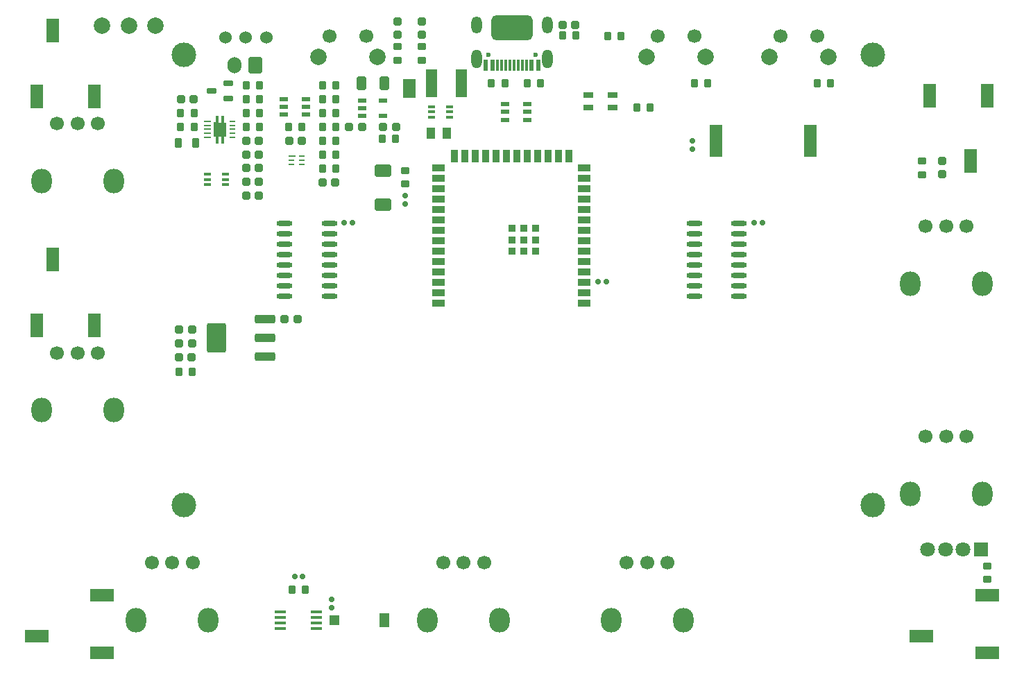
<source format=gbr>
%TF.GenerationSoftware,KiCad,Pcbnew,9.0.4*%
%TF.CreationDate,2025-10-09T22:00:13+02:00*%
%TF.ProjectId,Spikeling_v3.0,5370696b-656c-4696-9e67-5f76332e302e,rev?*%
%TF.SameCoordinates,Original*%
%TF.FileFunction,Soldermask,Top*%
%TF.FilePolarity,Negative*%
%FSLAX46Y46*%
G04 Gerber Fmt 4.6, Leading zero omitted, Abs format (unit mm)*
G04 Created by KiCad (PCBNEW 9.0.4) date 2025-10-09 22:00:13*
%MOMM*%
%LPD*%
G01*
G04 APERTURE LIST*
G04 Aperture macros list*
%AMRoundRect*
0 Rectangle with rounded corners*
0 $1 Rounding radius*
0 $2 $3 $4 $5 $6 $7 $8 $9 X,Y pos of 4 corners*
0 Add a 4 corners polygon primitive as box body*
4,1,4,$2,$3,$4,$5,$6,$7,$8,$9,$2,$3,0*
0 Add four circle primitives for the rounded corners*
1,1,$1+$1,$2,$3*
1,1,$1+$1,$4,$5*
1,1,$1+$1,$6,$7*
1,1,$1+$1,$8,$9*
0 Add four rect primitives between the rounded corners*
20,1,$1+$1,$2,$3,$4,$5,0*
20,1,$1+$1,$4,$5,$6,$7,0*
20,1,$1+$1,$6,$7,$8,$9,0*
20,1,$1+$1,$8,$9,$2,$3,0*%
%AMFreePoly0*
4,1,21,-0.180000,0.885000,0.180000,0.885000,0.180000,1.715000,0.470000,1.715000,0.470000,0.885000,0.760000,0.885000,0.760000,-0.885000,0.470000,-0.885000,0.470000,-1.705000,0.180000,-1.705000,0.180000,-0.885000,-0.180000,-0.885000,-0.180000,-1.705000,-0.470000,-1.705000,-0.470000,-0.885000,-0.760000,-0.885000,-0.760000,0.895000,-0.470000,0.895000,-0.470000,1.715000,-0.180000,1.715000,
-0.180000,0.885000,-0.180000,0.885000,$1*%
G04 Aperture macros list end*
%ADD10C,1.700000*%
%ADD11O,2.500000X3.000000*%
%ADD12RoundRect,0.219000X-0.219000X-0.294000X0.219000X-0.294000X0.219000X0.294000X-0.219000X0.294000X0*%
%ADD13RoundRect,0.219000X0.294000X-0.219000X0.294000X0.219000X-0.294000X0.219000X-0.294000X-0.219000X0*%
%ADD14RoundRect,0.244000X-0.244000X-0.269000X0.244000X-0.269000X0.244000X0.269000X-0.244000X0.269000X0*%
%ADD15O,1.971000X0.602000*%
%ADD16RoundRect,0.219000X-0.294000X0.219000X-0.294000X-0.219000X0.294000X-0.219000X0.294000X0.219000X0*%
%ADD17R,1.500000X3.000000*%
%ADD18RoundRect,0.244000X0.244000X0.269000X-0.244000X0.269000X-0.244000X-0.269000X0.244000X-0.269000X0*%
%ADD19C,2.000000*%
%ADD20RoundRect,0.219000X0.219000X0.294000X-0.219000X0.294000X-0.219000X-0.294000X0.219000X-0.294000X0*%
%ADD21RoundRect,0.267273X0.320727X0.570727X-0.320727X0.570727X-0.320727X-0.570727X0.320727X-0.570727X0*%
%ADD22R,3.000000X1.500000*%
%ADD23R,1.100000X0.600000*%
%ADD24R,1.500000X0.900000*%
%ADD25R,0.900000X1.500000*%
%ADD26R,0.900000X0.900000*%
%ADD27RoundRect,0.250000X-1.000000X-0.300000X1.000000X-0.300000X1.000000X0.300000X-1.000000X0.300000X0*%
%ADD28C,0.500000*%
%ADD29RoundRect,0.250000X-0.920000X-1.550000X0.920000X-1.550000X0.920000X1.550000X-0.920000X1.550000X0*%
%ADD30R,1.300000X0.800000*%
%ADD31RoundRect,0.159000X-0.159000X-0.189000X0.159000X-0.189000X0.159000X0.189000X-0.159000X0.189000X0*%
%ADD32C,1.524000*%
%ADD33R,1.500000X4.000000*%
%ADD34R,1.500000X1.000000*%
%ADD35R,0.840000X0.280000*%
%ADD36R,0.750000X0.280000*%
%ADD37C,3.000000*%
%ADD38O,1.450000X0.380000*%
%ADD39RoundRect,0.287778X-0.714222X0.489222X-0.714222X-0.489222X0.714222X-0.489222X0.714222X0.489222X0*%
%ADD40RoundRect,0.159000X0.159000X0.189000X-0.159000X0.189000X-0.159000X-0.189000X0.159000X-0.189000X0*%
%ADD41R,1.406500X3.499000*%
%ADD42RoundRect,0.244000X-0.269000X0.244000X-0.269000X-0.244000X0.269000X-0.244000X0.269000X0.244000X0*%
%ADD43C,0.600000*%
%ADD44R,0.300000X1.400000*%
%ADD45R,0.500000X1.400000*%
%ADD46O,1.300000X2.300000*%
%ADD47O,1.300000X2.100000*%
%ADD48RoundRect,0.500000X2.000000X1.000000X-2.000000X1.000000X-2.000000X-1.000000X2.000000X-1.000000X0*%
%ADD49RoundRect,0.159000X0.189000X-0.159000X0.189000X0.159000X-0.189000X0.159000X-0.189000X-0.159000X0*%
%ADD50RoundRect,0.239000X-0.274000X0.239000X-0.274000X-0.239000X0.274000X-0.239000X0.274000X0.239000X0*%
%ADD51R,1.199000X1.199000*%
%ADD52R,1.200000X1.800000*%
%ADD53R,0.850000X0.350000*%
%ADD54RoundRect,0.220000X-0.220000X-0.380000X0.220000X-0.380000X0.220000X0.380000X-0.220000X0.380000X0*%
%ADD55R,1.132500X1.377000*%
%ADD56RoundRect,0.175000X-0.450000X-0.175000X0.450000X-0.175000X0.450000X0.175000X-0.450000X0.175000X0*%
%ADD57R,0.850000X0.240000*%
%ADD58R,0.800000X0.230000*%
%ADD59FreePoly0,0.000000*%
%ADD60RoundRect,0.159000X-0.189000X0.159000X-0.189000X-0.159000X0.189000X-0.159000X0.189000X0.159000X0*%
%ADD61RoundRect,0.250000X0.600000X0.750000X-0.600000X0.750000X-0.600000X-0.750000X0.600000X-0.750000X0*%
%ADD62O,1.700000X2.000000*%
%ADD63R,1.800000X1.800000*%
%ADD64C,1.800000*%
G04 APERTURE END LIST*
%TO.C,JP1*%
G36*
X148240000Y-59000000D02*
G01*
X146740000Y-59000000D01*
X146740000Y-59300000D01*
X148240000Y-59300000D01*
X148240000Y-59000000D01*
G37*
%TD*%
D10*
%TO.C,VR2*%
X156620000Y-117000000D03*
X154120000Y-117000000D03*
X151620000Y-117000000D03*
D11*
X149720000Y-124000000D03*
X158520000Y-124000000D03*
%TD*%
D12*
%TO.C,R13*%
X144150000Y-65240000D03*
X145790000Y-65240000D03*
%TD*%
D13*
%TO.C,R18*%
X148990000Y-55660000D03*
X148990000Y-54020000D03*
%TD*%
D14*
%TO.C,C2*%
X132260000Y-87260000D03*
X133820000Y-87260000D03*
%TD*%
D15*
%TO.C,U3*%
X132264500Y-75555000D03*
X132264500Y-76825000D03*
X132264500Y-78095000D03*
X132264500Y-79365000D03*
X132264500Y-80635000D03*
X132264500Y-81905000D03*
X132264500Y-83175000D03*
X132264500Y-84445000D03*
X137735500Y-84445000D03*
X137735500Y-83175000D03*
X137735500Y-81905000D03*
X137735500Y-80635000D03*
X137735500Y-79365000D03*
X137735500Y-78095000D03*
X137735500Y-76825000D03*
X137735500Y-75555000D03*
%TD*%
D16*
%TO.C,R9*%
X210025000Y-68005000D03*
X210025000Y-69645000D03*
%TD*%
D17*
%TO.C,J4*%
X102000000Y-88000000D03*
X104000000Y-80000000D03*
X109000000Y-88000000D03*
%TD*%
D18*
%TO.C,C3*%
X120935000Y-90280000D03*
X119375000Y-90280000D03*
%TD*%
D19*
%TO.C,TP2*%
X110000000Y-51500000D03*
%TD*%
D20*
%TO.C,R25*%
X121200000Y-63820000D03*
X119560000Y-63820000D03*
%TD*%
D14*
%TO.C,C25*%
X127540000Y-68840000D03*
X129100000Y-68840000D03*
%TD*%
%TO.C,C23*%
X127540000Y-70540000D03*
X129100000Y-70540000D03*
%TD*%
D21*
%TO.C,D1*%
X144400000Y-58500000D03*
X141600000Y-58500000D03*
%TD*%
D14*
%TO.C,C17*%
X127540000Y-72240000D03*
X129100000Y-72240000D03*
%TD*%
D22*
%TO.C,J5*%
X218000000Y-128000000D03*
X210000000Y-126000000D03*
X218000000Y-121000000D03*
%TD*%
D20*
%TO.C,R28*%
X121200000Y-62120000D03*
X119560000Y-62120000D03*
%TD*%
%TO.C,R7*%
X134795000Y-120325000D03*
X133155000Y-120325000D03*
%TD*%
D23*
%TO.C,U6*%
X141680000Y-60570000D03*
X141680000Y-61520000D03*
X141680000Y-62470000D03*
X144280000Y-62470000D03*
X144280000Y-60570000D03*
%TD*%
D12*
%TO.C,R15*%
X136870000Y-65520000D03*
X138510000Y-65520000D03*
%TD*%
D13*
%TO.C,R8*%
X218000000Y-119045000D03*
X218000000Y-117405000D03*
%TD*%
D24*
%TO.C,U1*%
X168850000Y-85310000D03*
X168850000Y-84040000D03*
X168850000Y-82770000D03*
X168850000Y-81500000D03*
X168850000Y-80230000D03*
X168850000Y-78960000D03*
X168850000Y-77690000D03*
X168850000Y-76420000D03*
X168850000Y-75150000D03*
X168850000Y-73880000D03*
X168850000Y-72610000D03*
X168850000Y-71340000D03*
X168850000Y-70070000D03*
X168850000Y-68800000D03*
D25*
X166935000Y-67401000D03*
X165665000Y-67401000D03*
X164395000Y-67401000D03*
X163125000Y-67401000D03*
X161855000Y-67401000D03*
X160585000Y-67401000D03*
X159315000Y-67401000D03*
X158045000Y-67401000D03*
X156775000Y-67401000D03*
X155505000Y-67401000D03*
X154235000Y-67401000D03*
X152965000Y-67401000D03*
D24*
X151050000Y-68800000D03*
X151050000Y-70070000D03*
X151050000Y-71340000D03*
X151050000Y-72610000D03*
X151050000Y-73880000D03*
X151050000Y-75150000D03*
X151050000Y-76420000D03*
X151050000Y-77690000D03*
X151050000Y-78960000D03*
X151050000Y-80230000D03*
X151050000Y-81500000D03*
X151050000Y-82770000D03*
X151050000Y-84040000D03*
X151050000Y-85310000D03*
D26*
X162849500Y-78990500D03*
X162849500Y-77590500D03*
X162849500Y-76190500D03*
X161449500Y-78990500D03*
X161449500Y-77590500D03*
X161449500Y-76190500D03*
X160049500Y-78990500D03*
X160049500Y-77590500D03*
X160049500Y-76190500D03*
%TD*%
D27*
%TO.C,U2*%
X129885000Y-91870000D03*
X129885000Y-89570000D03*
X129885000Y-87270000D03*
D28*
X123915000Y-88570000D03*
X123915000Y-89570000D03*
D29*
X123915000Y-89570000D03*
D28*
X123915000Y-90570000D03*
%TD*%
D10*
%TO.C,VR1*%
X121050000Y-117000000D03*
X118550000Y-117000000D03*
X116050000Y-117000000D03*
D11*
X114150000Y-124000000D03*
X122950000Y-124000000D03*
%TD*%
D20*
%TO.C,R19*%
X138510000Y-68920000D03*
X136870000Y-68920000D03*
%TD*%
D30*
%TO.C,D4*%
X169300000Y-61425000D03*
X169300000Y-59925000D03*
X172300000Y-59925000D03*
X172300000Y-61425000D03*
%TD*%
D31*
%TO.C,C5*%
X170525000Y-82720000D03*
X171525000Y-82720000D03*
%TD*%
D20*
%TO.C,R16*%
X129200000Y-62120000D03*
X127560000Y-62120000D03*
%TD*%
D18*
%TO.C,C14*%
X141680000Y-63820000D03*
X140120000Y-63820000D03*
%TD*%
D32*
%TO.C,SW5*%
X125000000Y-52885034D03*
X127500000Y-52885034D03*
X130000000Y-52885034D03*
%TD*%
D10*
%TO.C,VR5*%
X215500000Y-101600000D03*
X213000000Y-101600000D03*
X210500000Y-101600000D03*
D11*
X208600000Y-108600000D03*
X217400000Y-108600000D03*
%TD*%
D33*
%TO.C,B1*%
X184925000Y-65500000D03*
X196425000Y-65500000D03*
%TD*%
D34*
%TO.C,JP1*%
X147490000Y-58500000D03*
X147490000Y-59800000D03*
%TD*%
D23*
%TO.C,Q1*%
X132150000Y-60414000D03*
X132150000Y-61364000D03*
X132150000Y-62314000D03*
X134850000Y-62314000D03*
X134850000Y-61364000D03*
X134850000Y-60414000D03*
%TD*%
D35*
%TO.C,U7*%
X133149000Y-67420000D03*
D36*
X133094000Y-67920000D03*
X133094000Y-68420000D03*
X134366000Y-68420000D03*
X134366000Y-67920000D03*
X134366000Y-67420000D03*
%TD*%
D37*
%TO.C,H2*%
X204000000Y-55000000D03*
%TD*%
D12*
%TO.C,R12*%
X197255000Y-58500000D03*
X198895000Y-58500000D03*
%TD*%
D13*
%TO.C,R5*%
X147000000Y-70790000D03*
X147000000Y-69150000D03*
%TD*%
D38*
%TO.C,U5*%
X131750000Y-123050000D03*
X131750000Y-123700000D03*
X131750000Y-124350000D03*
X131750000Y-125000000D03*
X136150000Y-125000000D03*
X136150000Y-124350000D03*
X136150000Y-123700000D03*
X136150000Y-123050000D03*
%TD*%
D14*
%TO.C,C19*%
X166160000Y-51370000D03*
X167720000Y-51370000D03*
%TD*%
D39*
%TO.C,SW1*%
X144225000Y-69150000D03*
X144225000Y-73300000D03*
%TD*%
D31*
%TO.C,C7*%
X139500000Y-75550000D03*
X140500000Y-75550000D03*
%TD*%
D18*
%TO.C,C16*%
X121160000Y-60420000D03*
X119600000Y-60420000D03*
%TD*%
D14*
%TO.C,C18*%
X136870000Y-70620000D03*
X138430000Y-70620000D03*
%TD*%
D40*
%TO.C,C8*%
X190550000Y-75550000D03*
X189550000Y-75550000D03*
%TD*%
D37*
%TO.C,H1*%
X120000000Y-55000000D03*
%TD*%
D12*
%TO.C,R17*%
X127560000Y-60420000D03*
X129200000Y-60420000D03*
%TD*%
D41*
%TO.C,U9*%
X153853500Y-58500000D03*
X150146500Y-58500000D03*
%TD*%
D13*
%TO.C,R3*%
X146000000Y-55660000D03*
X146000000Y-54020000D03*
%TD*%
D17*
%TO.C,J6*%
X218000000Y-60000000D03*
X216000000Y-68000000D03*
X211000000Y-60000000D03*
%TD*%
%TO.C,J3*%
X102000000Y-60100000D03*
X104000000Y-52100000D03*
X109000000Y-60100000D03*
%TD*%
D42*
%TO.C,C11*%
X212500000Y-68000000D03*
X212500000Y-69560000D03*
%TD*%
D43*
%TO.C,J1*%
X162890000Y-55050000D03*
X157110000Y-55050000D03*
D44*
X161250000Y-56250000D03*
X160250000Y-56250000D03*
X159750000Y-56250000D03*
X158750000Y-56250000D03*
D45*
X157600000Y-56250000D03*
X156800000Y-56250000D03*
D44*
X158250000Y-56250000D03*
X159250000Y-56250000D03*
X160750000Y-56250000D03*
X161750000Y-56250000D03*
D45*
X162400000Y-56250000D03*
X163200000Y-56250000D03*
D46*
X164330000Y-55570000D03*
D47*
X164330000Y-51370000D03*
D28*
X162000000Y-52750000D03*
X162000000Y-50750000D03*
D48*
X160000000Y-51750000D03*
D28*
X158000000Y-52750000D03*
X158000000Y-50750000D03*
D46*
X155670000Y-55570000D03*
D47*
X155670000Y-51370000D03*
%TD*%
D19*
%TO.C,TP1*%
X113250000Y-51500000D03*
%TD*%
D10*
%TO.C,SW3*%
X182250000Y-52750000D03*
X177750000Y-52750000D03*
D19*
X176400000Y-55250000D03*
X183600000Y-55250000D03*
%TD*%
D14*
%TO.C,C22*%
X127560000Y-65520000D03*
X129120000Y-65520000D03*
%TD*%
D31*
%TO.C,C10*%
X133475000Y-118725000D03*
X134475000Y-118725000D03*
%TD*%
D10*
%TO.C,SW2*%
X142250000Y-52750000D03*
X137750000Y-52750000D03*
D19*
X136400000Y-55250000D03*
X143600000Y-55250000D03*
%TD*%
D12*
%TO.C,R20*%
X166160000Y-52680000D03*
X167800000Y-52680000D03*
%TD*%
D49*
%TO.C,C9*%
X138010000Y-122460000D03*
X138010000Y-121460000D03*
%TD*%
D20*
%TO.C,R22*%
X138510000Y-60420000D03*
X136870000Y-60420000D03*
%TD*%
D12*
%TO.C,R21*%
X136870000Y-67220000D03*
X138510000Y-67220000D03*
%TD*%
D50*
%TO.C,D7*%
X149000000Y-50960000D03*
X149000000Y-52540000D03*
%TD*%
D20*
%TO.C,R15*%
X134360000Y-63820000D03*
X132720000Y-63820000D03*
%TD*%
D12*
%TO.C,R11*%
X182255000Y-58500000D03*
X183895000Y-58500000D03*
%TD*%
D51*
%TO.C,D3*%
X138300000Y-124025000D03*
D52*
X144400000Y-124025000D03*
%TD*%
D18*
%TO.C,C4*%
X120930000Y-91960000D03*
X119370000Y-91960000D03*
%TD*%
D20*
%TO.C,R26*%
X129200000Y-58720000D03*
X127560000Y-58720000D03*
%TD*%
D18*
%TO.C,C1*%
X120935000Y-88580000D03*
X119375000Y-88580000D03*
%TD*%
D53*
%TO.C,U10*%
X150150000Y-61350000D03*
X150150000Y-62000000D03*
X150150000Y-62650000D03*
X152350000Y-62650000D03*
X152350000Y-62000000D03*
X152350000Y-61350000D03*
%TD*%
D20*
%TO.C,R4*%
X173320000Y-52750000D03*
X171680000Y-52750000D03*
%TD*%
D49*
%TO.C,C12*%
X182000000Y-66500000D03*
X182000000Y-65500000D03*
%TD*%
D54*
%TO.C,L2*%
X119320000Y-65770000D03*
X121440000Y-65770000D03*
%TD*%
D37*
%TO.C,H3*%
X204000000Y-110000000D03*
%TD*%
D12*
%TO.C,R24*%
X136870000Y-62120000D03*
X138510000Y-62120000D03*
%TD*%
D10*
%TO.C,VR6*%
X109500000Y-63400000D03*
X107000000Y-63400000D03*
X104500000Y-63400000D03*
D11*
X102600000Y-70400000D03*
X111400000Y-70400000D03*
%TD*%
D10*
%TO.C,VR4*%
X215500000Y-75972000D03*
X213000000Y-75972000D03*
X210500000Y-75972000D03*
D11*
X208600000Y-82972000D03*
X217400000Y-82972000D03*
%TD*%
D55*
%TO.C,L1*%
X152066000Y-64630000D03*
X150134000Y-64630000D03*
%TD*%
D15*
%TO.C,U4*%
X182264500Y-75555000D03*
X182264500Y-76825000D03*
X182264500Y-78095000D03*
X182264500Y-79365000D03*
X182264500Y-80635000D03*
X182264500Y-81905000D03*
X182264500Y-83175000D03*
X182264500Y-84445000D03*
X187735500Y-84445000D03*
X187735500Y-83175000D03*
X187735500Y-81905000D03*
X187735500Y-80635000D03*
X187735500Y-79365000D03*
X187735500Y-78095000D03*
X187735500Y-76825000D03*
X187735500Y-75555000D03*
%TD*%
D10*
%TO.C,VR3*%
X179000000Y-117000000D03*
X176500000Y-117000000D03*
X174000000Y-117000000D03*
D11*
X172100000Y-124000000D03*
X180900000Y-124000000D03*
%TD*%
D14*
%TO.C,C21*%
X127560000Y-67220000D03*
X129120000Y-67220000D03*
%TD*%
D12*
%TO.C,R10*%
X175255000Y-61425000D03*
X176895000Y-61425000D03*
%TD*%
D56*
%TO.C,Q2*%
X125380000Y-60380000D03*
X125380000Y-58480000D03*
X123380000Y-59430000D03*
%TD*%
D19*
%TO.C,TP3*%
X116500000Y-51500000D03*
%TD*%
D10*
%TO.C,SW4*%
X197250000Y-52750000D03*
X192750000Y-52750000D03*
D19*
X191400000Y-55250000D03*
X198600000Y-55250000D03*
%TD*%
D12*
%TO.C,R6*%
X119330000Y-93680000D03*
X120970000Y-93680000D03*
%TD*%
D20*
%TO.C,R21*%
X138510000Y-58720000D03*
X136870000Y-58720000D03*
%TD*%
D18*
%TO.C,C20*%
X134360000Y-65520000D03*
X132800000Y-65520000D03*
%TD*%
D57*
%TO.C,U8*%
X122880000Y-63121000D03*
X122880000Y-63621000D03*
X122880000Y-64121000D03*
X122880000Y-64621000D03*
X122880000Y-65121000D03*
D58*
X125880000Y-65121000D03*
X125880000Y-64621000D03*
X125880000Y-64121000D03*
X125880000Y-63621000D03*
X125880000Y-63121000D03*
D59*
X124380000Y-64126000D03*
%TD*%
D10*
%TO.C,VR7*%
X109500000Y-91400000D03*
X107000000Y-91400000D03*
X104500000Y-91400000D03*
D11*
X102600000Y-98400000D03*
X111400000Y-98400000D03*
%TD*%
D20*
%TO.C,R23*%
X138510000Y-63820000D03*
X136870000Y-63820000D03*
%TD*%
D60*
%TO.C,C6*%
X147000000Y-72250000D03*
X147000000Y-73250000D03*
%TD*%
D37*
%TO.C,H4*%
X120000000Y-110000000D03*
%TD*%
D12*
%TO.C,R2*%
X157500000Y-58500000D03*
X159140000Y-58500000D03*
%TD*%
D22*
%TO.C,J2*%
X110000000Y-128000000D03*
X102000000Y-126000000D03*
X110000000Y-121000000D03*
%TD*%
D14*
%TO.C,C13*%
X144280000Y-63820000D03*
X145840000Y-63820000D03*
%TD*%
D20*
%TO.C,R1*%
X163500000Y-58500000D03*
X161860000Y-58500000D03*
%TD*%
D50*
%TO.C,D2*%
X146000000Y-50960000D03*
X146000000Y-52540000D03*
%TD*%
D53*
%TO.C,U12*%
X122870000Y-69590000D03*
X122870000Y-70240000D03*
X122870000Y-70890000D03*
X125070000Y-70890000D03*
X125070000Y-70240000D03*
X125070000Y-69590000D03*
%TD*%
D12*
%TO.C,R14*%
X127560000Y-63820000D03*
X129200000Y-63820000D03*
%TD*%
D23*
%TO.C,TV1*%
X159160000Y-61050000D03*
X159160000Y-62000000D03*
X159160000Y-62950000D03*
X161860000Y-62950000D03*
X161860000Y-62000000D03*
X161860000Y-61050000D03*
%TD*%
D61*
%TO.C,BT1*%
X128675000Y-56300000D03*
D62*
X126175000Y-56300000D03*
%TD*%
D63*
%TO.C,D5*%
X217234000Y-115350000D03*
D64*
X215075000Y-115350000D03*
X212916000Y-115350000D03*
X210757000Y-115350000D03*
%TD*%
M02*

</source>
